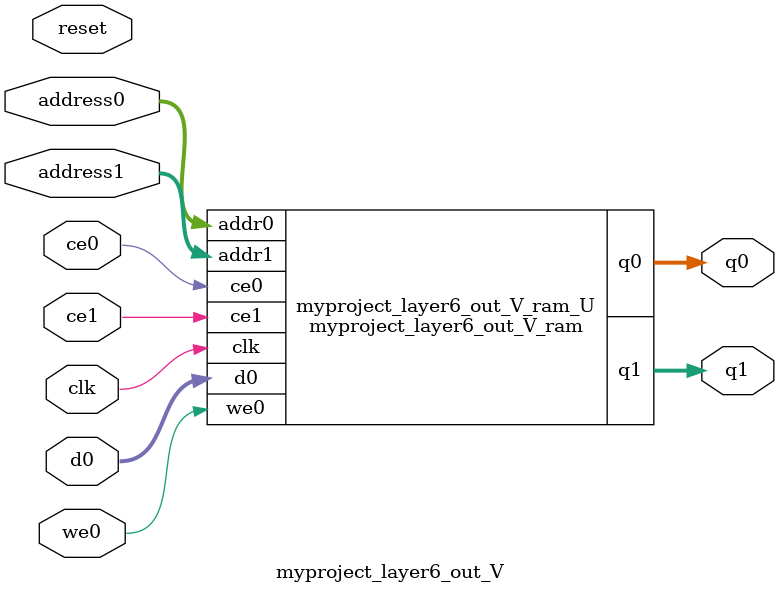
<source format=v>

`timescale 1 ns / 1 ps
module myproject_layer6_out_V_ram (addr0, ce0, d0, we0, q0, addr1, ce1, q1,  clk);

parameter DWIDTH = 16;
parameter AWIDTH = 4;
parameter MEM_SIZE = 10;

input[AWIDTH-1:0] addr0;
input ce0;
input[DWIDTH-1:0] d0;
input we0;
output reg[DWIDTH-1:0] q0;
input[AWIDTH-1:0] addr1;
input ce1;
output reg[DWIDTH-1:0] q1;
input clk;

(* ram_style = "distributed" *)reg [DWIDTH-1:0] ram[0:MEM_SIZE-1];




always @(posedge clk)  
begin 
    if (ce0) 
    begin
        if (we0) 
        begin 
            ram[addr0] <= d0; 
            q0 <= d0;
        end 
        else 
            q0 <= ram[addr0];
    end
end


always @(posedge clk)  
begin 
    if (ce1) 
    begin
            q1 <= ram[addr1];
    end
end


endmodule


`timescale 1 ns / 1 ps
module myproject_layer6_out_V(
    reset,
    clk,
    address0,
    ce0,
    we0,
    d0,
    q0,
    address1,
    ce1,
    q1);

parameter DataWidth = 32'd16;
parameter AddressRange = 32'd10;
parameter AddressWidth = 32'd4;
input reset;
input clk;
input[AddressWidth - 1:0] address0;
input ce0;
input we0;
input[DataWidth - 1:0] d0;
output[DataWidth - 1:0] q0;
input[AddressWidth - 1:0] address1;
input ce1;
output[DataWidth - 1:0] q1;



myproject_layer6_out_V_ram myproject_layer6_out_V_ram_U(
    .clk( clk ),
    .addr0( address0 ),
    .ce0( ce0 ),
    .we0( we0 ),
    .d0( d0 ),
    .q0( q0 ),
    .addr1( address1 ),
    .ce1( ce1 ),
    .q1( q1 ));

endmodule


</source>
